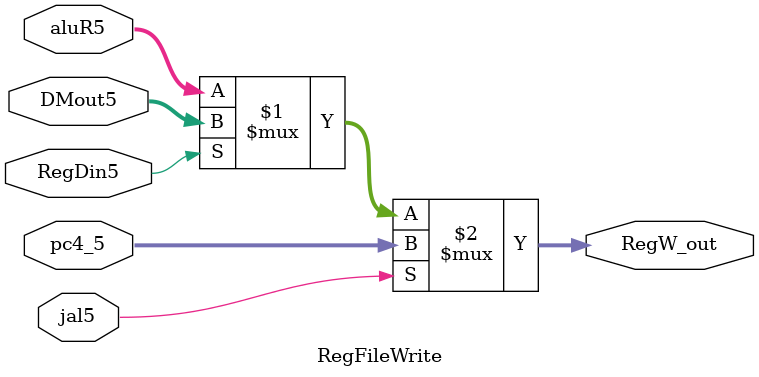
<source format=v>
module RegFileWrite(
    RegDin5,jal5,aluR5,DMout5,pc4_5,RegW_out
  );
    input RegDin5,jal5;
    input [31:0]aluR5,DMout5,pc4_5;
    output [31:0]RegW_out;
    assign RegW_out = jal5 ? pc4_5 :
      RegDin5 ? DMout5 : aluR5;
endmodule
</source>
